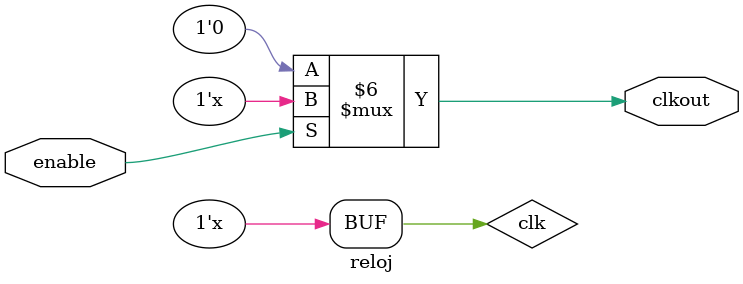
<source format=v>
`timescale 1ns/1ps


`define SIZE_REG 32
`define SIZE_MUX 32
`define SIZE_ADDER 64


module regN(in,clk,clr/*,enable*/,out,out_bar);
	
	parameter size = `SIZE_REG;
	
	// Se tienen las entradas:
	// - in: el dato de entrada, un vector de SIZE bits.
	// - clk: reloj del registro.
	// - clr: reset del registro.
	// - out, out_bar: salidas del registro, son vectores de SIZE bits.
	input [size-1:0] in;
	input clk,clr;
	output [size-1:0] out;
	output [size-1:0] out_bar;
	reg [size-1:0] out;
	reg [size-1:0] out_bar;
	reg [size-1:0]clear;
	
	// Se crea un bloque para definir la función que realiza un registro tipo PIPO (Parallel Input Parallel Output).
	// Si ocurre un flanco positivo del reloj y reset (clr) se encuentra a 0 se pasa el dato de entrada a la salida.
	always @(posedge clk) begin

		if (clr==0 /*&& enable==1*/) begin 
		 
			out <= in;
			out_bar <= !in;
		
		end 
		
	end
	
	
	// Si ocurre un clr, la salida de los registros se vuelve 0 en q y 1 en q_bar.
	// REVISAR SI DEBE SER UN POSEDGE O POR NIVEL.
	always @(posedge clr) begin
	
		clear = 0;
		
		if (clr==1) begin 
		
			out <= clear; 
			out_bar<= ~clear; 
			
		end
	
	end 

endmodule




//------------------------------------------------------------------------------------------------------------------------
//------------------------------------------------------------------------------------------------------------------------
// Modulo Multiplexor 2N a N
//------------------------------------------------------------------------------------------------------------------------
//------------------------------------------------------------------------------------------------------------------------

module mux2NaN(select, d1,d2, q);

	parameter size = `SIZE_MUX;

	 // Se tiene como entradas:
	 // - select: corresponde a la entrada de seleccion, como
	 //   se esta escogiendo entre 2 vectores de SIZE bits se necesita
	 //   unicamente 1 bit para la seleccion.
	 //
	 // - d1, d2: Corresponden a vectores de SIZE bits de entrada del mux
	 //
	 // Se tiene como salida:
	 // - q: Corresponde a un vector de SIZE bits que es la salida del mux.
	input select;
	output [size-1:0]q;
	reg [size-1:0] q;
	input [size-1:0] d1,d2;

	// Secuencia de selección de datos
	always @(*) begin

		case(select)
		
			0: q <= d1;
			1: q <= d2;
			
		endcase

	end
	
endmodule






//------------------------------------------------------------------------------------------------------------------------
//------------------------------------------------------------------------------------------------------------------------
// Modulo sumador de N bits
//------------------------------------------------------------------------------------------------------------------------
//------------------------------------------------------------------------------------------------------------------------

module adderN(in1,in2,out);

	parameter size = `SIZE_ADDER;

	// Se tiene como entrada los 2 vectores a sumar de tamaño SIZE.
	input [size-1:0] in1,in2;
	
	// Se tiene como salida un vecctor que es el resultado de la suma
	// y es tamaño SIZE al igual que las entradas.
	output [size-1:0]out;
	reg [size-1:0] out;
	

	// Cada vez que cambie alguna de las entradas, se recalcula
	// el resultado de la suma.
	always @(*) begin

	  out = in1+in2;

	end
	
endmodule


//------------------------------------------------------------------------------------------------------------------------
//------------------------------------------------------------------------------------------------------------------------
//Modulo Divisor de frecuencias
//------------------------------------------------------------------------------------------------------------------------
//------------------------------------------------------------------------------------------------------------------------
module divisorFrecuencia(clkin,seleccion,enable,clka,clkout);
	
	input clkin;
	input [1:0] seleccion;
	input enable;

	output clkout,clka;
	reg clkout,clka;

	wire clkin;
	reg clkin2;
	reg clkin4;
	reg clkin8;
	reg clkin16;

	initial 
	begin
	clkout = 1'b0;
	clka = 0;
	clkin2 = 0;
	clkin4 = 0;
	clkin8 = 0;
	clkin16 = 0;
	end

	
	always @ (posedge clkin) 
	begin 
		clkin2 <= !clkin2; 
	end

	always @ (posedge clkin2) 
	begin 
		clkin4 <= !clkin4; 
	end

	always @ (posedge clkin4) 
	begin 
		clkin8 <= !clkin8; 
	end

	always @ (posedge clkin8) 
	begin 
		clkin16 <= !clkin16; 
	end

	always @(enable or clkin) begin  
	  if(!enable)
	  
	    clka = clkin;
	  
	    if(seleccion == 0)
	      
	      clkout <= clkin2;

	    if(seleccion == 1)
	    
	      clkout <= clkin4;
	      
	    if(seleccion == 2)
	    
	      clkout <= clkin8;
	    
	    if(seleccion == 3)
	    
	      clkout <= clkin16;
	  else
	      clkout = 1'b0;
	end

	
endmodule 


//------------------------------------------------------------------------------------------------------------------------
//------------------------------------------------------------------------------------------------------------------------
//Modulo Reloj
//------------------------------------------------------------------------------------------------------------------------
//------------------------------------------------------------------------------------------------------------------------
module reloj(enable,clkout);

	input enable;

	output clkout;
	reg clkout;
	
	reg clk;
	
	initial clk = 0;
	
	always #3.2 clk = ~clk;
	
	always @(*)
	begin 
		if(enable)
	
		clkout = clk;
		
		else 
		
		clkout = 1'b0;
	end
	
endmodule 
</source>
